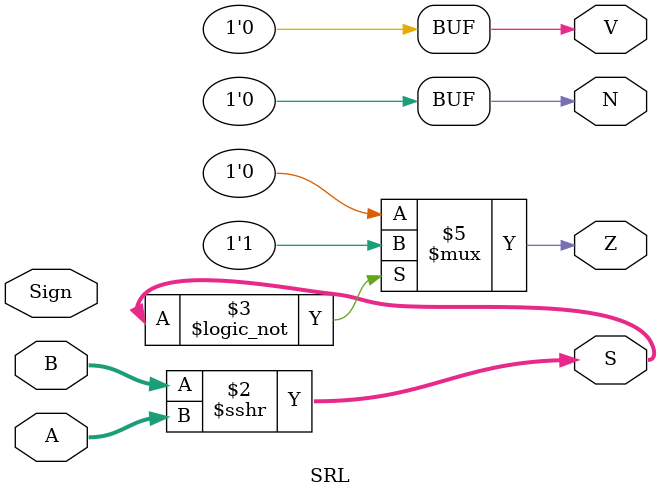
<source format=v>
`timescale 1ns / 1ps

module SRL( A, B, Sign, S, Z, V, N);

    input [31:0] A;
    input [31:0] B;
    input Sign;

    output reg [31:0] S;
    output reg Z;
    output reg V;
    output reg N;

    always@(*)
    begin
        S = B >>> A;
        V = 0;
        N = 0;
        if (S == 0) Z = 1;
        else Z = 0;
    end

endmodule

</source>
